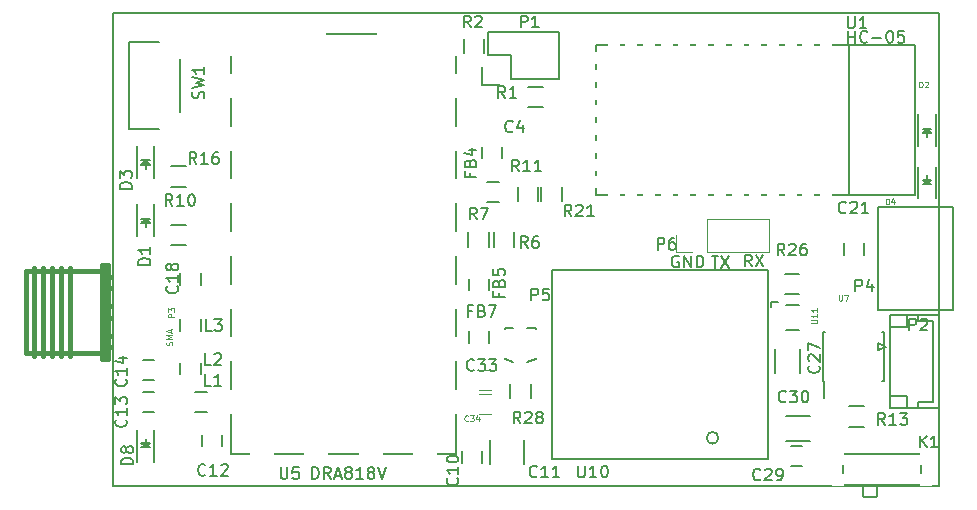
<source format=gbr>
G04 #@! TF.FileFunction,Legend,Top*
%FSLAX46Y46*%
G04 Gerber Fmt 4.6, Leading zero omitted, Abs format (unit mm)*
G04 Created by KiCad (PCBNEW 4.0.5-e0-6337~49~ubuntu14.04.1) date Mon Feb 13 19:11:43 2017*
%MOMM*%
%LPD*%
G01*
G04 APERTURE LIST*
%ADD10C,0.150000*%
%ADD11C,0.120000*%
%ADD12C,0.130000*%
%ADD13C,0.381000*%
%ADD14C,0.125000*%
%ADD15R,1.250000X1.000000*%
%ADD16R,2.500000X1.000000*%
%ADD17R,1.000000X1.250000*%
%ADD18R,1.198880X1.198880*%
%ADD19R,0.800000X1.500000*%
%ADD20R,1.000000X1.000000*%
%ADD21R,1.100000X1.000000*%
%ADD22C,1.000000*%
%ADD23R,1.350000X1.350000*%
%ADD24C,1.350000*%
%ADD25R,1.850000X1.850000*%
%ADD26C,1.850000*%
%ADD27R,1.350000X0.400000*%
%ADD28O,0.950000X1.250000*%
%ADD29O,1.550000X1.000000*%
%ADD30R,0.700000X1.300000*%
%ADD31R,1.300000X0.700000*%
%ADD32R,1.000000X1.500000*%
%ADD33R,1.500000X1.000000*%
%ADD34R,0.600000X1.550000*%
%ADD35R,1.175000X1.175000*%
%ADD36R,1.600000X1.000000*%
%ADD37R,1.000000X1.600000*%
%ADD38C,2.100000*%
%ADD39C,1.750000*%
%ADD40O,2.500000X1.000000*%
%ADD41R,0.749300X0.398780*%
%ADD42R,1.000000X1.050000*%
%ADD43R,1.050000X2.200000*%
%ADD44R,1.700000X1.700000*%
%ADD45O,1.700000X1.700000*%
%ADD46R,4.064000X1.524000*%
%ADD47R,2.200000X2.000000*%
%ADD48R,2.000000X2.200000*%
%ADD49R,7.000000X2.200000*%
%ADD50R,8.400000X2.200000*%
%ADD51R,6.600000X6.500000*%
G04 APERTURE END LIST*
D10*
X161010696Y-102293800D02*
X160915458Y-102246181D01*
X160772601Y-102246181D01*
X160629743Y-102293800D01*
X160534505Y-102389038D01*
X160486886Y-102484276D01*
X160439267Y-102674752D01*
X160439267Y-102817610D01*
X160486886Y-103008086D01*
X160534505Y-103103324D01*
X160629743Y-103198562D01*
X160772601Y-103246181D01*
X160867839Y-103246181D01*
X161010696Y-103198562D01*
X161058315Y-103150943D01*
X161058315Y-102817610D01*
X160867839Y-102817610D01*
X161486886Y-103246181D02*
X161486886Y-102246181D01*
X162058315Y-103246181D01*
X162058315Y-102246181D01*
X162534505Y-103246181D02*
X162534505Y-102246181D01*
X162772600Y-102246181D01*
X162915458Y-102293800D01*
X163010696Y-102389038D01*
X163058315Y-102484276D01*
X163105934Y-102674752D01*
X163105934Y-102817610D01*
X163058315Y-103008086D01*
X163010696Y-103103324D01*
X162915458Y-103198562D01*
X162772600Y-103246181D01*
X162534505Y-103246181D01*
X163804695Y-102271581D02*
X164376124Y-102271581D01*
X164090409Y-103271581D02*
X164090409Y-102271581D01*
X164614219Y-102271581D02*
X165280886Y-103271581D01*
X165280886Y-102271581D02*
X164614219Y-103271581D01*
X167193934Y-103169981D02*
X166860600Y-102693790D01*
X166622505Y-103169981D02*
X166622505Y-102169981D01*
X167003458Y-102169981D01*
X167098696Y-102217600D01*
X167146315Y-102265219D01*
X167193934Y-102360457D01*
X167193934Y-102503314D01*
X167146315Y-102598552D01*
X167098696Y-102646171D01*
X167003458Y-102693790D01*
X166622505Y-102693790D01*
X167527267Y-102169981D02*
X168193934Y-103169981D01*
X168193934Y-102169981D02*
X167527267Y-103169981D01*
X113080800Y-121716800D02*
X183057800Y-121716800D01*
X183057800Y-81711800D02*
X183057800Y-121711800D01*
X113080800Y-81711800D02*
X113080800Y-121711800D01*
X113080800Y-81711800D02*
X183080800Y-81711800D01*
X144361800Y-93022800D02*
X144361800Y-94022800D01*
X146061800Y-94022800D02*
X146061800Y-93022800D01*
X144385400Y-119778400D02*
X144385400Y-118778400D01*
X142685400Y-118778400D02*
X142685400Y-119778400D01*
X147956800Y-119872000D02*
X147956800Y-117872000D01*
X145006800Y-117872000D02*
X145006800Y-119872000D01*
X122376300Y-118406800D02*
X122376300Y-117406800D01*
X120676300Y-117406800D02*
X120676300Y-118406800D01*
X115628800Y-115454800D02*
X116628800Y-115454800D01*
X116628800Y-113754800D02*
X115628800Y-113754800D01*
X115628800Y-112787800D02*
X116628800Y-112787800D01*
X116628800Y-111087800D02*
X115628800Y-111087800D01*
X118834800Y-103754300D02*
X118834800Y-104754300D01*
X120534800Y-104754300D02*
X120534800Y-103754300D01*
X115124800Y-97891800D02*
X115124800Y-100591800D01*
X116624800Y-97891800D02*
X116624800Y-100591800D01*
X115724800Y-99391800D02*
X115974800Y-99391800D01*
X115974800Y-99391800D02*
X115824800Y-99241800D01*
X116224800Y-99141800D02*
X115524800Y-99141800D01*
X115874800Y-99491800D02*
X115874800Y-99841800D01*
X115874800Y-99141800D02*
X116224800Y-99491800D01*
X116224800Y-99491800D02*
X115524800Y-99491800D01*
X115524800Y-99491800D02*
X115874800Y-99141800D01*
X182791800Y-97408800D02*
X182791800Y-94708800D01*
X181291800Y-97408800D02*
X181291800Y-94708800D01*
X182191800Y-95908800D02*
X181941800Y-95908800D01*
X181941800Y-95908800D02*
X182091800Y-96058800D01*
X181691800Y-96158800D02*
X182391800Y-96158800D01*
X182041800Y-95808800D02*
X182041800Y-95458800D01*
X182041800Y-96158800D02*
X181691800Y-95808800D01*
X181691800Y-95808800D02*
X182391800Y-95808800D01*
X182391800Y-95808800D02*
X182041800Y-96158800D01*
X115124800Y-92938800D02*
X115124800Y-95638800D01*
X116624800Y-92938800D02*
X116624800Y-95638800D01*
X115724800Y-94438800D02*
X115974800Y-94438800D01*
X115974800Y-94438800D02*
X115824800Y-94288800D01*
X116224800Y-94188800D02*
X115524800Y-94188800D01*
X115874800Y-94538800D02*
X115874800Y-94888800D01*
X115874800Y-94188800D02*
X116224800Y-94538800D01*
X116224800Y-94538800D02*
X115524800Y-94538800D01*
X115524800Y-94538800D02*
X115874800Y-94188800D01*
X181291800Y-90271800D02*
X181291800Y-92971800D01*
X182791800Y-90271800D02*
X182791800Y-92971800D01*
X181891800Y-91771800D02*
X182141800Y-91771800D01*
X182141800Y-91771800D02*
X181991800Y-91621800D01*
X182391800Y-91521800D02*
X181691800Y-91521800D01*
X182041800Y-91871800D02*
X182041800Y-92221800D01*
X182041800Y-91521800D02*
X182391800Y-91871800D01*
X182391800Y-91871800D02*
X181691800Y-91871800D01*
X181691800Y-91871800D02*
X182041800Y-91521800D01*
X144775300Y-97674800D02*
X145775300Y-97674800D01*
X145775300Y-95974800D02*
X144775300Y-95974800D01*
X144982300Y-105198800D02*
X144982300Y-104198800D01*
X143282300Y-104198800D02*
X143282300Y-105198800D01*
X144982300Y-109643800D02*
X144982300Y-108643800D01*
X143282300Y-108643800D02*
X143282300Y-109643800D01*
X176631800Y-121683300D02*
X176631800Y-122583300D01*
X176631800Y-122583300D02*
X176731800Y-122683300D01*
X176731800Y-122683300D02*
X177731800Y-122683300D01*
X177731800Y-122683300D02*
X177831800Y-122583300D01*
X177831800Y-122583300D02*
X177831800Y-121683300D01*
X174931800Y-119083300D02*
X181531800Y-119083300D01*
X181531800Y-119083300D02*
X181531800Y-121683300D01*
X181531800Y-121683300D02*
X175031800Y-121683300D01*
X175031800Y-121683300D02*
X174931800Y-121683300D01*
X174931800Y-121683300D02*
X174931800Y-119083300D01*
X120073800Y-115454800D02*
X121073800Y-115454800D01*
X121073800Y-113754800D02*
X120073800Y-113754800D01*
X118834800Y-111310800D02*
X118834800Y-112310800D01*
X120534800Y-112310800D02*
X120534800Y-111310800D01*
X118834800Y-107627800D02*
X118834800Y-108627800D01*
X120534800Y-108627800D02*
X120534800Y-107627800D01*
X146846800Y-87283800D02*
X146846800Y-85283800D01*
X146846800Y-85283800D02*
X144846800Y-85283800D01*
X144846800Y-85283800D02*
X144846800Y-83283800D01*
X144846800Y-83283800D02*
X146846800Y-83283800D01*
X146846800Y-83283800D02*
X150846800Y-83283800D01*
X150846800Y-83283800D02*
X150846800Y-87283800D01*
X150846800Y-87283800D02*
X146846800Y-87283800D01*
X145846800Y-87783800D02*
X144346800Y-87783800D01*
X144346800Y-87783800D02*
X144346800Y-86283800D01*
X183079800Y-107269300D02*
X178879800Y-107269300D01*
X178879800Y-107269300D02*
X178879800Y-115169300D01*
X178879800Y-115169300D02*
X183079800Y-115169300D01*
X183079800Y-115169300D02*
X183079800Y-107269300D01*
X181279800Y-107269300D02*
X181279800Y-107769300D01*
X181279800Y-107769300D02*
X182579800Y-107769300D01*
X182579800Y-107769300D02*
X182579800Y-114669300D01*
X182579800Y-114669300D02*
X181279800Y-114669300D01*
X181279800Y-114669300D02*
X181279800Y-115169300D01*
X180379800Y-107269300D02*
X180379800Y-108269300D01*
X180379800Y-108269300D02*
X178879800Y-108269300D01*
X180379800Y-115169300D02*
X180379800Y-114169300D01*
X180379800Y-114169300D02*
X178879800Y-114169300D01*
X178529800Y-109969300D02*
X177929800Y-109669300D01*
X177929800Y-109669300D02*
X177929800Y-110269300D01*
X177929800Y-110269300D02*
X178529800Y-109969300D01*
X184271760Y-106827200D02*
X184271760Y-98127200D01*
X177866760Y-106827200D02*
X177866760Y-98127200D01*
X177866760Y-98127200D02*
X184271760Y-98127200D01*
X183041760Y-98127200D02*
X183041760Y-106827200D01*
X184271760Y-106827200D02*
X177866760Y-106827200D01*
X149494800Y-89698800D02*
X148294800Y-89698800D01*
X148294800Y-87948800D02*
X149494800Y-87948800D01*
X142812800Y-85105800D02*
X142812800Y-83905800D01*
X144562800Y-83905800D02*
X144562800Y-85105800D01*
X147102800Y-100288800D02*
X147102800Y-101488800D01*
X145352800Y-101488800D02*
X145352800Y-100288800D01*
X143193800Y-101488800D02*
X143193800Y-100288800D01*
X144943800Y-100288800D02*
X144943800Y-101488800D01*
X118068800Y-99632800D02*
X119268800Y-99632800D01*
X119268800Y-101382800D02*
X118068800Y-101382800D01*
X147384800Y-97615300D02*
X147384800Y-96415300D01*
X149134800Y-96415300D02*
X149134800Y-97615300D01*
X175472800Y-114999800D02*
X176672800Y-114999800D01*
X176672800Y-116749800D02*
X175472800Y-116749800D01*
X118068800Y-94679800D02*
X119268800Y-94679800D01*
X119268800Y-96429800D02*
X118068800Y-96429800D01*
X175398800Y-84442300D02*
X175398800Y-97142300D01*
X180998800Y-84442300D02*
X153998800Y-84442300D01*
X153998800Y-84442300D02*
X153998800Y-97142300D01*
X153998800Y-97142300D02*
X180998800Y-97142300D01*
X180998800Y-84442300D02*
X180998800Y-97142300D01*
X173243800Y-112869800D02*
X173293800Y-112869800D01*
X173243800Y-108719800D02*
X173388800Y-108719800D01*
X178393800Y-108719800D02*
X178248800Y-108719800D01*
X178393800Y-112869800D02*
X178248800Y-112869800D01*
X173243800Y-112869800D02*
X173243800Y-108719800D01*
X178393800Y-112869800D02*
X178393800Y-108719800D01*
X173293800Y-112869800D02*
X173293800Y-114269800D01*
X149353300Y-97615300D02*
X149353300Y-96415300D01*
X151103300Y-96415300D02*
X151103300Y-97615300D01*
X171255800Y-112175800D02*
X171255800Y-110175800D01*
X169205800Y-110175800D02*
X169205800Y-112175800D01*
X170492800Y-120026800D02*
X171492800Y-120026800D01*
X171492800Y-118326800D02*
X170492800Y-118326800D01*
X170119800Y-117915800D02*
X172119800Y-117915800D01*
X172119800Y-115865800D02*
X170119800Y-115865800D01*
X116624800Y-119710000D02*
X116624800Y-117010000D01*
X115124800Y-119710000D02*
X115124800Y-117010000D01*
X116024800Y-118210000D02*
X115774800Y-118210000D01*
X115774800Y-118210000D02*
X115924800Y-118360000D01*
X115524800Y-118460000D02*
X116224800Y-118460000D01*
X115874800Y-118110000D02*
X115874800Y-117760000D01*
X115874800Y-118460000D02*
X115524800Y-118110000D01*
X115524800Y-118110000D02*
X116224800Y-118110000D01*
X116224800Y-118110000D02*
X115874800Y-118460000D01*
X114477800Y-91490800D02*
X114477800Y-84193800D01*
X114477800Y-84193800D02*
X117047800Y-84193800D01*
X118777800Y-90093800D02*
X118777800Y-85593800D01*
X114477800Y-91490800D02*
X117047800Y-91490800D01*
X164373979Y-117678200D02*
G75*
G03X164373979Y-117678200I-493179J0D01*
G01*
X168585800Y-103428800D02*
X168585800Y-119430800D01*
X150285800Y-119429800D02*
X150285800Y-103429800D01*
X150285800Y-119429800D02*
X168585800Y-119429800D01*
X150285800Y-103429800D02*
X168585800Y-103429800D01*
X171211800Y-105523000D02*
X170011800Y-105523000D01*
X170011800Y-103773000D02*
X171211800Y-103773000D01*
X170111800Y-108542800D02*
X171161800Y-108542800D01*
X171161800Y-106442800D02*
X170111800Y-106442800D01*
X169451020Y-106161840D02*
X168841420Y-106161840D01*
X168841420Y-106161840D02*
X168831260Y-106593640D01*
X175032300Y-101214300D02*
X175032300Y-102214300D01*
X176732300Y-102214300D02*
X176732300Y-101214300D01*
D11*
X144102200Y-113626000D02*
X145102200Y-113626000D01*
X145102200Y-111926000D02*
X144102200Y-111926000D01*
X144102200Y-115658000D02*
X145102200Y-115658000D01*
X145102200Y-113958000D02*
X144102200Y-113958000D01*
D12*
X146299400Y-108377200D02*
X146299400Y-108477200D01*
X148899400Y-108377200D02*
X148899400Y-108477200D01*
X148899400Y-110977200D02*
X148899400Y-110877200D01*
X146299400Y-110977200D02*
X146299400Y-110877200D01*
X148199400Y-111277200D02*
X148899400Y-110977200D01*
X146299400Y-110977200D02*
X146999400Y-111277200D01*
X146999400Y-108377200D02*
X146299400Y-108377200D01*
X148899400Y-108377200D02*
X148199400Y-108377200D01*
D10*
X148474400Y-113090400D02*
X148474400Y-114290400D01*
X146724400Y-114290400D02*
X146724400Y-113090400D01*
D11*
X163449000Y-101923200D02*
X168649000Y-101923200D01*
X168649000Y-101923200D02*
X168649000Y-99143200D01*
X168649000Y-99143200D02*
X163449000Y-99143200D01*
X163449000Y-99143200D02*
X163449000Y-101923200D01*
X162179000Y-101923200D02*
X160789000Y-101923200D01*
X160789000Y-101923200D02*
X160789000Y-100533200D01*
D13*
X106464100Y-110771940D02*
X106464100Y-103273860D01*
X107213400Y-103273860D02*
X107213400Y-110771940D01*
X107965240Y-110771940D02*
X107965240Y-103273860D01*
X109463840Y-103273860D02*
X109463840Y-110771940D01*
X108714540Y-110771940D02*
X108714540Y-103273860D01*
X105714800Y-103522780D02*
X105714800Y-110523020D01*
X105714800Y-110523020D02*
X106215180Y-110523020D01*
X112214660Y-103022400D02*
X112715040Y-103022400D01*
X112214660Y-111023400D02*
X112715040Y-111023400D01*
X112463580Y-111023400D02*
X112463580Y-103022400D01*
X112214660Y-103022400D02*
X112214660Y-111023400D01*
X112715040Y-109021880D02*
X116715540Y-109021880D01*
X116715540Y-109021880D02*
X116715540Y-110022640D01*
X116715540Y-110022640D02*
X112715040Y-110022640D01*
X112715040Y-106522520D02*
X116715540Y-106522520D01*
X116715540Y-106522520D02*
X116715540Y-107523280D01*
X116715540Y-107523280D02*
X112715040Y-107523280D01*
X112715040Y-104023160D02*
X116715540Y-104023160D01*
X116715540Y-104023160D02*
X116715540Y-105023920D01*
X116715540Y-105023920D02*
X112715040Y-105023920D01*
X105714800Y-103522780D02*
X112715040Y-103522780D01*
X112715040Y-103022400D02*
X112715040Y-111023400D01*
X112715040Y-110523020D02*
X106215180Y-110523020D01*
D10*
X142138800Y-83469800D02*
X142138800Y-119069800D01*
X142138800Y-119069800D02*
X123138800Y-119069800D01*
X123138800Y-119069800D02*
X123138800Y-83469800D01*
X123138800Y-83469800D02*
X142138800Y-83469800D01*
X146950134Y-91720943D02*
X146902515Y-91768562D01*
X146759658Y-91816181D01*
X146664420Y-91816181D01*
X146521562Y-91768562D01*
X146426324Y-91673324D01*
X146378705Y-91578086D01*
X146331086Y-91387610D01*
X146331086Y-91244752D01*
X146378705Y-91054276D01*
X146426324Y-90959038D01*
X146521562Y-90863800D01*
X146664420Y-90816181D01*
X146759658Y-90816181D01*
X146902515Y-90863800D01*
X146950134Y-90911419D01*
X147807277Y-91149514D02*
X147807277Y-91816181D01*
X147569181Y-90768562D02*
X147331086Y-91482848D01*
X147950134Y-91482848D01*
X142266943Y-121089657D02*
X142314562Y-121137276D01*
X142362181Y-121280133D01*
X142362181Y-121375371D01*
X142314562Y-121518229D01*
X142219324Y-121613467D01*
X142124086Y-121661086D01*
X141933610Y-121708705D01*
X141790752Y-121708705D01*
X141600276Y-121661086D01*
X141505038Y-121613467D01*
X141409800Y-121518229D01*
X141362181Y-121375371D01*
X141362181Y-121280133D01*
X141409800Y-121137276D01*
X141457419Y-121089657D01*
X142362181Y-120137276D02*
X142362181Y-120708705D01*
X142362181Y-120422991D02*
X141362181Y-120422991D01*
X141505038Y-120518229D01*
X141600276Y-120613467D01*
X141647895Y-120708705D01*
X141362181Y-119518229D02*
X141362181Y-119422990D01*
X141409800Y-119327752D01*
X141457419Y-119280133D01*
X141552657Y-119232514D01*
X141743133Y-119184895D01*
X141981229Y-119184895D01*
X142171705Y-119232514D01*
X142266943Y-119280133D01*
X142314562Y-119327752D01*
X142362181Y-119422990D01*
X142362181Y-119518229D01*
X142314562Y-119613467D01*
X142266943Y-119661086D01*
X142171705Y-119708705D01*
X141981229Y-119756324D01*
X141743133Y-119756324D01*
X141552657Y-119708705D01*
X141457419Y-119661086D01*
X141409800Y-119613467D01*
X141362181Y-119518229D01*
X149013943Y-120930943D02*
X148966324Y-120978562D01*
X148823467Y-121026181D01*
X148728229Y-121026181D01*
X148585371Y-120978562D01*
X148490133Y-120883324D01*
X148442514Y-120788086D01*
X148394895Y-120597610D01*
X148394895Y-120454752D01*
X148442514Y-120264276D01*
X148490133Y-120169038D01*
X148585371Y-120073800D01*
X148728229Y-120026181D01*
X148823467Y-120026181D01*
X148966324Y-120073800D01*
X149013943Y-120121419D01*
X149966324Y-121026181D02*
X149394895Y-121026181D01*
X149680609Y-121026181D02*
X149680609Y-120026181D01*
X149585371Y-120169038D01*
X149490133Y-120264276D01*
X149394895Y-120311895D01*
X150918705Y-121026181D02*
X150347276Y-121026181D01*
X150632990Y-121026181D02*
X150632990Y-120026181D01*
X150537752Y-120169038D01*
X150442514Y-120264276D01*
X150347276Y-120311895D01*
X120946943Y-120803943D02*
X120899324Y-120851562D01*
X120756467Y-120899181D01*
X120661229Y-120899181D01*
X120518371Y-120851562D01*
X120423133Y-120756324D01*
X120375514Y-120661086D01*
X120327895Y-120470610D01*
X120327895Y-120327752D01*
X120375514Y-120137276D01*
X120423133Y-120042038D01*
X120518371Y-119946800D01*
X120661229Y-119899181D01*
X120756467Y-119899181D01*
X120899324Y-119946800D01*
X120946943Y-119994419D01*
X121899324Y-120899181D02*
X121327895Y-120899181D01*
X121613609Y-120899181D02*
X121613609Y-119899181D01*
X121518371Y-120042038D01*
X121423133Y-120137276D01*
X121327895Y-120184895D01*
X122280276Y-119994419D02*
X122327895Y-119946800D01*
X122423133Y-119899181D01*
X122661229Y-119899181D01*
X122756467Y-119946800D01*
X122804086Y-119994419D01*
X122851705Y-120089657D01*
X122851705Y-120184895D01*
X122804086Y-120327752D01*
X122232657Y-120899181D01*
X122851705Y-120899181D01*
X114199943Y-116136657D02*
X114247562Y-116184276D01*
X114295181Y-116327133D01*
X114295181Y-116422371D01*
X114247562Y-116565229D01*
X114152324Y-116660467D01*
X114057086Y-116708086D01*
X113866610Y-116755705D01*
X113723752Y-116755705D01*
X113533276Y-116708086D01*
X113438038Y-116660467D01*
X113342800Y-116565229D01*
X113295181Y-116422371D01*
X113295181Y-116327133D01*
X113342800Y-116184276D01*
X113390419Y-116136657D01*
X114295181Y-115184276D02*
X114295181Y-115755705D01*
X114295181Y-115469991D02*
X113295181Y-115469991D01*
X113438038Y-115565229D01*
X113533276Y-115660467D01*
X113580895Y-115755705D01*
X113295181Y-114850943D02*
X113295181Y-114231895D01*
X113676133Y-114565229D01*
X113676133Y-114422371D01*
X113723752Y-114327133D01*
X113771371Y-114279514D01*
X113866610Y-114231895D01*
X114104705Y-114231895D01*
X114199943Y-114279514D01*
X114247562Y-114327133D01*
X114295181Y-114422371D01*
X114295181Y-114708086D01*
X114247562Y-114803324D01*
X114199943Y-114850943D01*
X114199943Y-112707657D02*
X114247562Y-112755276D01*
X114295181Y-112898133D01*
X114295181Y-112993371D01*
X114247562Y-113136229D01*
X114152324Y-113231467D01*
X114057086Y-113279086D01*
X113866610Y-113326705D01*
X113723752Y-113326705D01*
X113533276Y-113279086D01*
X113438038Y-113231467D01*
X113342800Y-113136229D01*
X113295181Y-112993371D01*
X113295181Y-112898133D01*
X113342800Y-112755276D01*
X113390419Y-112707657D01*
X114295181Y-111755276D02*
X114295181Y-112326705D01*
X114295181Y-112040991D02*
X113295181Y-112040991D01*
X113438038Y-112136229D01*
X113533276Y-112231467D01*
X113580895Y-112326705D01*
X113628514Y-110898133D02*
X114295181Y-110898133D01*
X113247562Y-111136229D02*
X113961848Y-111374324D01*
X113961848Y-110755276D01*
X118543343Y-104833657D02*
X118590962Y-104881276D01*
X118638581Y-105024133D01*
X118638581Y-105119371D01*
X118590962Y-105262229D01*
X118495724Y-105357467D01*
X118400486Y-105405086D01*
X118210010Y-105452705D01*
X118067152Y-105452705D01*
X117876676Y-105405086D01*
X117781438Y-105357467D01*
X117686200Y-105262229D01*
X117638581Y-105119371D01*
X117638581Y-105024133D01*
X117686200Y-104881276D01*
X117733819Y-104833657D01*
X118638581Y-103881276D02*
X118638581Y-104452705D01*
X118638581Y-104166991D02*
X117638581Y-104166991D01*
X117781438Y-104262229D01*
X117876676Y-104357467D01*
X117924295Y-104452705D01*
X118067152Y-103309848D02*
X118019533Y-103405086D01*
X117971914Y-103452705D01*
X117876676Y-103500324D01*
X117829057Y-103500324D01*
X117733819Y-103452705D01*
X117686200Y-103405086D01*
X117638581Y-103309848D01*
X117638581Y-103119371D01*
X117686200Y-103024133D01*
X117733819Y-102976514D01*
X117829057Y-102928895D01*
X117876676Y-102928895D01*
X117971914Y-102976514D01*
X118019533Y-103024133D01*
X118067152Y-103119371D01*
X118067152Y-103309848D01*
X118114771Y-103405086D01*
X118162390Y-103452705D01*
X118257629Y-103500324D01*
X118448105Y-103500324D01*
X118543343Y-103452705D01*
X118590962Y-103405086D01*
X118638581Y-103309848D01*
X118638581Y-103119371D01*
X118590962Y-103024133D01*
X118543343Y-102976514D01*
X118448105Y-102928895D01*
X118257629Y-102928895D01*
X118162390Y-102976514D01*
X118114771Y-103024133D01*
X118067152Y-103119371D01*
X116276381Y-103023895D02*
X115276381Y-103023895D01*
X115276381Y-102785800D01*
X115324000Y-102642942D01*
X115419238Y-102547704D01*
X115514476Y-102500085D01*
X115704952Y-102452466D01*
X115847810Y-102452466D01*
X116038286Y-102500085D01*
X116133524Y-102547704D01*
X116228762Y-102642942D01*
X116276381Y-102785800D01*
X116276381Y-103023895D01*
X116276381Y-101500085D02*
X116276381Y-102071514D01*
X116276381Y-101785800D02*
X115276381Y-101785800D01*
X115419238Y-101881038D01*
X115514476Y-101976276D01*
X115562095Y-102071514D01*
D14*
X181393353Y-88008590D02*
X181393353Y-87508590D01*
X181512400Y-87508590D01*
X181583829Y-87532400D01*
X181631448Y-87580019D01*
X181655257Y-87627638D01*
X181679067Y-87722876D01*
X181679067Y-87794305D01*
X181655257Y-87889543D01*
X181631448Y-87937162D01*
X181583829Y-87984781D01*
X181512400Y-88008590D01*
X181393353Y-88008590D01*
X181869543Y-87556210D02*
X181893353Y-87532400D01*
X181940972Y-87508590D01*
X182060019Y-87508590D01*
X182107638Y-87532400D01*
X182131448Y-87556210D01*
X182155257Y-87603829D01*
X182155257Y-87651448D01*
X182131448Y-87722876D01*
X181845734Y-88008590D01*
X182155257Y-88008590D01*
D10*
X114701581Y-96597695D02*
X113701581Y-96597695D01*
X113701581Y-96359600D01*
X113749200Y-96216742D01*
X113844438Y-96121504D01*
X113939676Y-96073885D01*
X114130152Y-96026266D01*
X114273010Y-96026266D01*
X114463486Y-96073885D01*
X114558724Y-96121504D01*
X114653962Y-96216742D01*
X114701581Y-96359600D01*
X114701581Y-96597695D01*
X113701581Y-95692933D02*
X113701581Y-95073885D01*
X114082533Y-95407219D01*
X114082533Y-95264361D01*
X114130152Y-95169123D01*
X114177771Y-95121504D01*
X114273010Y-95073885D01*
X114511105Y-95073885D01*
X114606343Y-95121504D01*
X114653962Y-95169123D01*
X114701581Y-95264361D01*
X114701581Y-95550076D01*
X114653962Y-95645314D01*
X114606343Y-95692933D01*
D14*
X178548553Y-97914590D02*
X178548553Y-97414590D01*
X178667600Y-97414590D01*
X178739029Y-97438400D01*
X178786648Y-97486019D01*
X178810457Y-97533638D01*
X178834267Y-97628876D01*
X178834267Y-97700305D01*
X178810457Y-97795543D01*
X178786648Y-97843162D01*
X178739029Y-97890781D01*
X178667600Y-97914590D01*
X178548553Y-97914590D01*
X179262838Y-97581257D02*
X179262838Y-97914590D01*
X179143791Y-97390781D02*
X179024743Y-97747924D01*
X179334267Y-97747924D01*
D10*
X143362371Y-95245133D02*
X143362371Y-95578467D01*
X143886181Y-95578467D02*
X142886181Y-95578467D01*
X142886181Y-95102276D01*
X143362371Y-94387990D02*
X143409990Y-94245133D01*
X143457610Y-94197514D01*
X143552848Y-94149895D01*
X143695705Y-94149895D01*
X143790943Y-94197514D01*
X143838562Y-94245133D01*
X143886181Y-94340371D01*
X143886181Y-94721324D01*
X142886181Y-94721324D01*
X142886181Y-94387990D01*
X142933800Y-94292752D01*
X142981419Y-94245133D01*
X143076657Y-94197514D01*
X143171895Y-94197514D01*
X143267133Y-94245133D01*
X143314752Y-94292752D01*
X143362371Y-94387990D01*
X143362371Y-94721324D01*
X143219514Y-93292752D02*
X143886181Y-93292752D01*
X142838562Y-93530848D02*
X143552848Y-93768943D01*
X143552848Y-93149895D01*
X145775371Y-105405133D02*
X145775371Y-105738467D01*
X146299181Y-105738467D02*
X145299181Y-105738467D01*
X145299181Y-105262276D01*
X145775371Y-104547990D02*
X145822990Y-104405133D01*
X145870610Y-104357514D01*
X145965848Y-104309895D01*
X146108705Y-104309895D01*
X146203943Y-104357514D01*
X146251562Y-104405133D01*
X146299181Y-104500371D01*
X146299181Y-104881324D01*
X145299181Y-104881324D01*
X145299181Y-104547990D01*
X145346800Y-104452752D01*
X145394419Y-104405133D01*
X145489657Y-104357514D01*
X145584895Y-104357514D01*
X145680133Y-104405133D01*
X145727752Y-104452752D01*
X145775371Y-104547990D01*
X145775371Y-104881324D01*
X145299181Y-103405133D02*
X145299181Y-103881324D01*
X145775371Y-103928943D01*
X145727752Y-103881324D01*
X145680133Y-103786086D01*
X145680133Y-103547990D01*
X145727752Y-103452752D01*
X145775371Y-103405133D01*
X145870610Y-103357514D01*
X146108705Y-103357514D01*
X146203943Y-103405133D01*
X146251562Y-103452752D01*
X146299181Y-103547990D01*
X146299181Y-103786086D01*
X146251562Y-103881324D01*
X146203943Y-103928943D01*
X143489467Y-106913371D02*
X143156133Y-106913371D01*
X143156133Y-107437181D02*
X143156133Y-106437181D01*
X143632324Y-106437181D01*
X144346610Y-106913371D02*
X144489467Y-106960990D01*
X144537086Y-107008610D01*
X144584705Y-107103848D01*
X144584705Y-107246705D01*
X144537086Y-107341943D01*
X144489467Y-107389562D01*
X144394229Y-107437181D01*
X144013276Y-107437181D01*
X144013276Y-106437181D01*
X144346610Y-106437181D01*
X144441848Y-106484800D01*
X144489467Y-106532419D01*
X144537086Y-106627657D01*
X144537086Y-106722895D01*
X144489467Y-106818133D01*
X144441848Y-106865752D01*
X144346610Y-106913371D01*
X144013276Y-106913371D01*
X144918038Y-106437181D02*
X145584705Y-106437181D01*
X145156133Y-107437181D01*
X181430705Y-118486181D02*
X181430705Y-117486181D01*
X182002134Y-118486181D02*
X181573562Y-117914752D01*
X182002134Y-117486181D02*
X181430705Y-118057610D01*
X182954515Y-118486181D02*
X182383086Y-118486181D01*
X182668800Y-118486181D02*
X182668800Y-117486181D01*
X182573562Y-117629038D01*
X182478324Y-117724276D01*
X182383086Y-117771895D01*
X121423134Y-113279181D02*
X120946943Y-113279181D01*
X120946943Y-112279181D01*
X122280277Y-113279181D02*
X121708848Y-113279181D01*
X121994562Y-113279181D02*
X121994562Y-112279181D01*
X121899324Y-112422038D01*
X121804086Y-112517276D01*
X121708848Y-112564895D01*
X121423134Y-111501181D02*
X120946943Y-111501181D01*
X120946943Y-110501181D01*
X121708848Y-110596419D02*
X121756467Y-110548800D01*
X121851705Y-110501181D01*
X122089801Y-110501181D01*
X122185039Y-110548800D01*
X122232658Y-110596419D01*
X122280277Y-110691657D01*
X122280277Y-110786895D01*
X122232658Y-110929752D01*
X121661229Y-111501181D01*
X122280277Y-111501181D01*
X121473934Y-108630981D02*
X120997743Y-108630981D01*
X120997743Y-107630981D01*
X121712029Y-107630981D02*
X122331077Y-107630981D01*
X121997743Y-108011933D01*
X122140601Y-108011933D01*
X122235839Y-108059552D01*
X122283458Y-108107171D01*
X122331077Y-108202410D01*
X122331077Y-108440505D01*
X122283458Y-108535743D01*
X122235839Y-108583362D01*
X122140601Y-108630981D01*
X121854886Y-108630981D01*
X121759648Y-108583362D01*
X121712029Y-108535743D01*
X147648705Y-82926181D02*
X147648705Y-81926181D01*
X148029658Y-81926181D01*
X148124896Y-81973800D01*
X148172515Y-82021419D01*
X148220134Y-82116657D01*
X148220134Y-82259514D01*
X148172515Y-82354752D01*
X148124896Y-82402371D01*
X148029658Y-82449990D01*
X147648705Y-82449990D01*
X149172515Y-82926181D02*
X148601086Y-82926181D01*
X148886800Y-82926181D02*
X148886800Y-81926181D01*
X148791562Y-82069038D01*
X148696324Y-82164276D01*
X148601086Y-82211895D01*
X180541705Y-108580181D02*
X180541705Y-107580181D01*
X180922658Y-107580181D01*
X181017896Y-107627800D01*
X181065515Y-107675419D01*
X181113134Y-107770657D01*
X181113134Y-107913514D01*
X181065515Y-108008752D01*
X181017896Y-108056371D01*
X180922658Y-108103990D01*
X180541705Y-108103990D01*
X181494086Y-107675419D02*
X181541705Y-107627800D01*
X181636943Y-107580181D01*
X181875039Y-107580181D01*
X181970277Y-107627800D01*
X182017896Y-107675419D01*
X182065515Y-107770657D01*
X182065515Y-107865895D01*
X182017896Y-108008752D01*
X181446467Y-108580181D01*
X182065515Y-108580181D01*
X175969705Y-105278181D02*
X175969705Y-104278181D01*
X176350658Y-104278181D01*
X176445896Y-104325800D01*
X176493515Y-104373419D01*
X176541134Y-104468657D01*
X176541134Y-104611514D01*
X176493515Y-104706752D01*
X176445896Y-104754371D01*
X176350658Y-104801990D01*
X175969705Y-104801990D01*
X177398277Y-104611514D02*
X177398277Y-105278181D01*
X177160181Y-104230562D02*
X176922086Y-104944848D01*
X177541134Y-104944848D01*
X146315134Y-88895181D02*
X145981800Y-88418990D01*
X145743705Y-88895181D02*
X145743705Y-87895181D01*
X146124658Y-87895181D01*
X146219896Y-87942800D01*
X146267515Y-87990419D01*
X146315134Y-88085657D01*
X146315134Y-88228514D01*
X146267515Y-88323752D01*
X146219896Y-88371371D01*
X146124658Y-88418990D01*
X145743705Y-88418990D01*
X147267515Y-88895181D02*
X146696086Y-88895181D01*
X146981800Y-88895181D02*
X146981800Y-87895181D01*
X146886562Y-88038038D01*
X146791324Y-88133276D01*
X146696086Y-88180895D01*
X143394134Y-82926181D02*
X143060800Y-82449990D01*
X142822705Y-82926181D02*
X142822705Y-81926181D01*
X143203658Y-81926181D01*
X143298896Y-81973800D01*
X143346515Y-82021419D01*
X143394134Y-82116657D01*
X143394134Y-82259514D01*
X143346515Y-82354752D01*
X143298896Y-82402371D01*
X143203658Y-82449990D01*
X142822705Y-82449990D01*
X143775086Y-82021419D02*
X143822705Y-81973800D01*
X143917943Y-81926181D01*
X144156039Y-81926181D01*
X144251277Y-81973800D01*
X144298896Y-82021419D01*
X144346515Y-82116657D01*
X144346515Y-82211895D01*
X144298896Y-82354752D01*
X143727467Y-82926181D01*
X144346515Y-82926181D01*
X148220134Y-101595181D02*
X147886800Y-101118990D01*
X147648705Y-101595181D02*
X147648705Y-100595181D01*
X148029658Y-100595181D01*
X148124896Y-100642800D01*
X148172515Y-100690419D01*
X148220134Y-100785657D01*
X148220134Y-100928514D01*
X148172515Y-101023752D01*
X148124896Y-101071371D01*
X148029658Y-101118990D01*
X147648705Y-101118990D01*
X149077277Y-100595181D02*
X148886800Y-100595181D01*
X148791562Y-100642800D01*
X148743943Y-100690419D01*
X148648705Y-100833276D01*
X148601086Y-101023752D01*
X148601086Y-101404705D01*
X148648705Y-101499943D01*
X148696324Y-101547562D01*
X148791562Y-101595181D01*
X148982039Y-101595181D01*
X149077277Y-101547562D01*
X149124896Y-101499943D01*
X149172515Y-101404705D01*
X149172515Y-101166610D01*
X149124896Y-101071371D01*
X149077277Y-101023752D01*
X148982039Y-100976133D01*
X148791562Y-100976133D01*
X148696324Y-101023752D01*
X148648705Y-101071371D01*
X148601086Y-101166610D01*
X143902134Y-99182181D02*
X143568800Y-98705990D01*
X143330705Y-99182181D02*
X143330705Y-98182181D01*
X143711658Y-98182181D01*
X143806896Y-98229800D01*
X143854515Y-98277419D01*
X143902134Y-98372657D01*
X143902134Y-98515514D01*
X143854515Y-98610752D01*
X143806896Y-98658371D01*
X143711658Y-98705990D01*
X143330705Y-98705990D01*
X144235467Y-98182181D02*
X144902134Y-98182181D01*
X144473562Y-99182181D01*
X118152943Y-98039181D02*
X117819609Y-97562990D01*
X117581514Y-98039181D02*
X117581514Y-97039181D01*
X117962467Y-97039181D01*
X118057705Y-97086800D01*
X118105324Y-97134419D01*
X118152943Y-97229657D01*
X118152943Y-97372514D01*
X118105324Y-97467752D01*
X118057705Y-97515371D01*
X117962467Y-97562990D01*
X117581514Y-97562990D01*
X119105324Y-98039181D02*
X118533895Y-98039181D01*
X118819609Y-98039181D02*
X118819609Y-97039181D01*
X118724371Y-97182038D01*
X118629133Y-97277276D01*
X118533895Y-97324895D01*
X119724371Y-97039181D02*
X119819610Y-97039181D01*
X119914848Y-97086800D01*
X119962467Y-97134419D01*
X120010086Y-97229657D01*
X120057705Y-97420133D01*
X120057705Y-97658229D01*
X120010086Y-97848705D01*
X119962467Y-97943943D01*
X119914848Y-97991562D01*
X119819610Y-98039181D01*
X119724371Y-98039181D01*
X119629133Y-97991562D01*
X119581514Y-97943943D01*
X119533895Y-97848705D01*
X119486276Y-97658229D01*
X119486276Y-97420133D01*
X119533895Y-97229657D01*
X119581514Y-97134419D01*
X119629133Y-97086800D01*
X119724371Y-97039181D01*
X147489943Y-95118181D02*
X147156609Y-94641990D01*
X146918514Y-95118181D02*
X146918514Y-94118181D01*
X147299467Y-94118181D01*
X147394705Y-94165800D01*
X147442324Y-94213419D01*
X147489943Y-94308657D01*
X147489943Y-94451514D01*
X147442324Y-94546752D01*
X147394705Y-94594371D01*
X147299467Y-94641990D01*
X146918514Y-94641990D01*
X148442324Y-95118181D02*
X147870895Y-95118181D01*
X148156609Y-95118181D02*
X148156609Y-94118181D01*
X148061371Y-94261038D01*
X147966133Y-94356276D01*
X147870895Y-94403895D01*
X149394705Y-95118181D02*
X148823276Y-95118181D01*
X149108990Y-95118181D02*
X149108990Y-94118181D01*
X149013752Y-94261038D01*
X148918514Y-94356276D01*
X148823276Y-94403895D01*
X178477943Y-116581181D02*
X178144609Y-116104990D01*
X177906514Y-116581181D02*
X177906514Y-115581181D01*
X178287467Y-115581181D01*
X178382705Y-115628800D01*
X178430324Y-115676419D01*
X178477943Y-115771657D01*
X178477943Y-115914514D01*
X178430324Y-116009752D01*
X178382705Y-116057371D01*
X178287467Y-116104990D01*
X177906514Y-116104990D01*
X179430324Y-116581181D02*
X178858895Y-116581181D01*
X179144609Y-116581181D02*
X179144609Y-115581181D01*
X179049371Y-115724038D01*
X178954133Y-115819276D01*
X178858895Y-115866895D01*
X179763657Y-115581181D02*
X180382705Y-115581181D01*
X180049371Y-115962133D01*
X180192229Y-115962133D01*
X180287467Y-116009752D01*
X180335086Y-116057371D01*
X180382705Y-116152610D01*
X180382705Y-116390705D01*
X180335086Y-116485943D01*
X180287467Y-116533562D01*
X180192229Y-116581181D01*
X179906514Y-116581181D01*
X179811276Y-116533562D01*
X179763657Y-116485943D01*
X120184943Y-94483181D02*
X119851609Y-94006990D01*
X119613514Y-94483181D02*
X119613514Y-93483181D01*
X119994467Y-93483181D01*
X120089705Y-93530800D01*
X120137324Y-93578419D01*
X120184943Y-93673657D01*
X120184943Y-93816514D01*
X120137324Y-93911752D01*
X120089705Y-93959371D01*
X119994467Y-94006990D01*
X119613514Y-94006990D01*
X121137324Y-94483181D02*
X120565895Y-94483181D01*
X120851609Y-94483181D02*
X120851609Y-93483181D01*
X120756371Y-93626038D01*
X120661133Y-93721276D01*
X120565895Y-93768895D01*
X121994467Y-93483181D02*
X121803990Y-93483181D01*
X121708752Y-93530800D01*
X121661133Y-93578419D01*
X121565895Y-93721276D01*
X121518276Y-93911752D01*
X121518276Y-94292705D01*
X121565895Y-94387943D01*
X121613514Y-94435562D01*
X121708752Y-94483181D01*
X121899229Y-94483181D01*
X121994467Y-94435562D01*
X122042086Y-94387943D01*
X122089705Y-94292705D01*
X122089705Y-94054610D01*
X122042086Y-93959371D01*
X121994467Y-93911752D01*
X121899229Y-93864133D01*
X121708752Y-93864133D01*
X121613514Y-93911752D01*
X121565895Y-93959371D01*
X121518276Y-94054610D01*
X175336295Y-82002381D02*
X175336295Y-82811905D01*
X175383914Y-82907143D01*
X175431533Y-82954762D01*
X175526771Y-83002381D01*
X175717248Y-83002381D01*
X175812486Y-82954762D01*
X175860105Y-82907143D01*
X175907724Y-82811905D01*
X175907724Y-82002381D01*
X176907724Y-83002381D02*
X176336295Y-83002381D01*
X176622009Y-83002381D02*
X176622009Y-82002381D01*
X176526771Y-82145238D01*
X176431533Y-82240476D01*
X176336295Y-82288095D01*
X175366657Y-84221581D02*
X175366657Y-83221581D01*
X175366657Y-83697771D02*
X175938086Y-83697771D01*
X175938086Y-84221581D02*
X175938086Y-83221581D01*
X176985705Y-84126343D02*
X176938086Y-84173962D01*
X176795229Y-84221581D01*
X176699991Y-84221581D01*
X176557133Y-84173962D01*
X176461895Y-84078724D01*
X176414276Y-83983486D01*
X176366657Y-83793010D01*
X176366657Y-83650152D01*
X176414276Y-83459676D01*
X176461895Y-83364438D01*
X176557133Y-83269200D01*
X176699991Y-83221581D01*
X176795229Y-83221581D01*
X176938086Y-83269200D01*
X176985705Y-83316819D01*
X177414276Y-83840629D02*
X178176181Y-83840629D01*
X178842847Y-83221581D02*
X178938086Y-83221581D01*
X179033324Y-83269200D01*
X179080943Y-83316819D01*
X179128562Y-83412057D01*
X179176181Y-83602533D01*
X179176181Y-83840629D01*
X179128562Y-84031105D01*
X179080943Y-84126343D01*
X179033324Y-84173962D01*
X178938086Y-84221581D01*
X178842847Y-84221581D01*
X178747609Y-84173962D01*
X178699990Y-84126343D01*
X178652371Y-84031105D01*
X178604752Y-83840629D01*
X178604752Y-83602533D01*
X178652371Y-83412057D01*
X178699990Y-83316819D01*
X178747609Y-83269200D01*
X178842847Y-83221581D01*
X180080943Y-83221581D02*
X179604752Y-83221581D01*
X179557133Y-83697771D01*
X179604752Y-83650152D01*
X179699990Y-83602533D01*
X179938086Y-83602533D01*
X180033324Y-83650152D01*
X180080943Y-83697771D01*
X180128562Y-83793010D01*
X180128562Y-84031105D01*
X180080943Y-84126343D01*
X180033324Y-84173962D01*
X179938086Y-84221581D01*
X179699990Y-84221581D01*
X179604752Y-84173962D01*
X179557133Y-84126343D01*
D14*
X174548848Y-105567990D02*
X174548848Y-105972752D01*
X174572657Y-106020371D01*
X174596467Y-106044181D01*
X174644086Y-106067990D01*
X174739324Y-106067990D01*
X174786943Y-106044181D01*
X174810752Y-106020371D01*
X174834562Y-105972752D01*
X174834562Y-105567990D01*
X175025039Y-105567990D02*
X175358372Y-105567990D01*
X175144086Y-106067990D01*
D10*
X151934943Y-98928181D02*
X151601609Y-98451990D01*
X151363514Y-98928181D02*
X151363514Y-97928181D01*
X151744467Y-97928181D01*
X151839705Y-97975800D01*
X151887324Y-98023419D01*
X151934943Y-98118657D01*
X151934943Y-98261514D01*
X151887324Y-98356752D01*
X151839705Y-98404371D01*
X151744467Y-98451990D01*
X151363514Y-98451990D01*
X152315895Y-98023419D02*
X152363514Y-97975800D01*
X152458752Y-97928181D01*
X152696848Y-97928181D01*
X152792086Y-97975800D01*
X152839705Y-98023419D01*
X152887324Y-98118657D01*
X152887324Y-98213895D01*
X152839705Y-98356752D01*
X152268276Y-98928181D01*
X152887324Y-98928181D01*
X153839705Y-98928181D02*
X153268276Y-98928181D01*
X153553990Y-98928181D02*
X153553990Y-97928181D01*
X153458752Y-98071038D01*
X153363514Y-98166276D01*
X153268276Y-98213895D01*
X172873943Y-111564657D02*
X172921562Y-111612276D01*
X172969181Y-111755133D01*
X172969181Y-111850371D01*
X172921562Y-111993229D01*
X172826324Y-112088467D01*
X172731086Y-112136086D01*
X172540610Y-112183705D01*
X172397752Y-112183705D01*
X172207276Y-112136086D01*
X172112038Y-112088467D01*
X172016800Y-111993229D01*
X171969181Y-111850371D01*
X171969181Y-111755133D01*
X172016800Y-111612276D01*
X172064419Y-111564657D01*
X172064419Y-111183705D02*
X172016800Y-111136086D01*
X171969181Y-111040848D01*
X171969181Y-110802752D01*
X172016800Y-110707514D01*
X172064419Y-110659895D01*
X172159657Y-110612276D01*
X172254895Y-110612276D01*
X172397752Y-110659895D01*
X172969181Y-111231324D01*
X172969181Y-110612276D01*
X171969181Y-110278943D02*
X171969181Y-109612276D01*
X172969181Y-110040848D01*
X167936943Y-121184943D02*
X167889324Y-121232562D01*
X167746467Y-121280181D01*
X167651229Y-121280181D01*
X167508371Y-121232562D01*
X167413133Y-121137324D01*
X167365514Y-121042086D01*
X167317895Y-120851610D01*
X167317895Y-120708752D01*
X167365514Y-120518276D01*
X167413133Y-120423038D01*
X167508371Y-120327800D01*
X167651229Y-120280181D01*
X167746467Y-120280181D01*
X167889324Y-120327800D01*
X167936943Y-120375419D01*
X168317895Y-120375419D02*
X168365514Y-120327800D01*
X168460752Y-120280181D01*
X168698848Y-120280181D01*
X168794086Y-120327800D01*
X168841705Y-120375419D01*
X168889324Y-120470657D01*
X168889324Y-120565895D01*
X168841705Y-120708752D01*
X168270276Y-121280181D01*
X168889324Y-121280181D01*
X169365514Y-121280181D02*
X169555990Y-121280181D01*
X169651229Y-121232562D01*
X169698848Y-121184943D01*
X169794086Y-121042086D01*
X169841705Y-120851610D01*
X169841705Y-120470657D01*
X169794086Y-120375419D01*
X169746467Y-120327800D01*
X169651229Y-120280181D01*
X169460752Y-120280181D01*
X169365514Y-120327800D01*
X169317895Y-120375419D01*
X169270276Y-120470657D01*
X169270276Y-120708752D01*
X169317895Y-120803990D01*
X169365514Y-120851610D01*
X169460752Y-120899229D01*
X169651229Y-120899229D01*
X169746467Y-120851610D01*
X169794086Y-120803990D01*
X169841705Y-120708752D01*
X170095943Y-114580943D02*
X170048324Y-114628562D01*
X169905467Y-114676181D01*
X169810229Y-114676181D01*
X169667371Y-114628562D01*
X169572133Y-114533324D01*
X169524514Y-114438086D01*
X169476895Y-114247610D01*
X169476895Y-114104752D01*
X169524514Y-113914276D01*
X169572133Y-113819038D01*
X169667371Y-113723800D01*
X169810229Y-113676181D01*
X169905467Y-113676181D01*
X170048324Y-113723800D01*
X170095943Y-113771419D01*
X170429276Y-113676181D02*
X171048324Y-113676181D01*
X170714990Y-114057133D01*
X170857848Y-114057133D01*
X170953086Y-114104752D01*
X171000705Y-114152371D01*
X171048324Y-114247610D01*
X171048324Y-114485705D01*
X171000705Y-114580943D01*
X170953086Y-114628562D01*
X170857848Y-114676181D01*
X170572133Y-114676181D01*
X170476895Y-114628562D01*
X170429276Y-114580943D01*
X171667371Y-113676181D02*
X171762610Y-113676181D01*
X171857848Y-113723800D01*
X171905467Y-113771419D01*
X171953086Y-113866657D01*
X172000705Y-114057133D01*
X172000705Y-114295229D01*
X171953086Y-114485705D01*
X171905467Y-114580943D01*
X171857848Y-114628562D01*
X171762610Y-114676181D01*
X171667371Y-114676181D01*
X171572133Y-114628562D01*
X171524514Y-114580943D01*
X171476895Y-114485705D01*
X171429276Y-114295229D01*
X171429276Y-114057133D01*
X171476895Y-113866657D01*
X171524514Y-113771419D01*
X171572133Y-113723800D01*
X171667371Y-113676181D01*
X114828581Y-119914895D02*
X113828581Y-119914895D01*
X113828581Y-119676800D01*
X113876200Y-119533942D01*
X113971438Y-119438704D01*
X114066676Y-119391085D01*
X114257152Y-119343466D01*
X114400010Y-119343466D01*
X114590486Y-119391085D01*
X114685724Y-119438704D01*
X114780962Y-119533942D01*
X114828581Y-119676800D01*
X114828581Y-119914895D01*
X114257152Y-118772038D02*
X114209533Y-118867276D01*
X114161914Y-118914895D01*
X114066676Y-118962514D01*
X114019057Y-118962514D01*
X113923819Y-118914895D01*
X113876200Y-118867276D01*
X113828581Y-118772038D01*
X113828581Y-118581561D01*
X113876200Y-118486323D01*
X113923819Y-118438704D01*
X114019057Y-118391085D01*
X114066676Y-118391085D01*
X114161914Y-118438704D01*
X114209533Y-118486323D01*
X114257152Y-118581561D01*
X114257152Y-118772038D01*
X114304771Y-118867276D01*
X114352390Y-118914895D01*
X114447629Y-118962514D01*
X114638105Y-118962514D01*
X114733343Y-118914895D01*
X114780962Y-118867276D01*
X114828581Y-118772038D01*
X114828581Y-118581561D01*
X114780962Y-118486323D01*
X114733343Y-118438704D01*
X114638105Y-118391085D01*
X114447629Y-118391085D01*
X114352390Y-118438704D01*
X114304771Y-118486323D01*
X114257152Y-118581561D01*
X120802562Y-88927133D02*
X120850181Y-88784276D01*
X120850181Y-88546180D01*
X120802562Y-88450942D01*
X120754943Y-88403323D01*
X120659705Y-88355704D01*
X120564467Y-88355704D01*
X120469229Y-88403323D01*
X120421610Y-88450942D01*
X120373990Y-88546180D01*
X120326371Y-88736657D01*
X120278752Y-88831895D01*
X120231133Y-88879514D01*
X120135895Y-88927133D01*
X120040657Y-88927133D01*
X119945419Y-88879514D01*
X119897800Y-88831895D01*
X119850181Y-88736657D01*
X119850181Y-88498561D01*
X119897800Y-88355704D01*
X119850181Y-88022371D02*
X120850181Y-87784276D01*
X120135895Y-87593799D01*
X120850181Y-87403323D01*
X119850181Y-87165228D01*
X120850181Y-86260466D02*
X120850181Y-86831895D01*
X120850181Y-86546181D02*
X119850181Y-86546181D01*
X119993038Y-86641419D01*
X120088276Y-86736657D01*
X120135895Y-86831895D01*
X152482705Y-120026181D02*
X152482705Y-120835705D01*
X152530324Y-120930943D01*
X152577943Y-120978562D01*
X152673181Y-121026181D01*
X152863658Y-121026181D01*
X152958896Y-120978562D01*
X153006515Y-120930943D01*
X153054134Y-120835705D01*
X153054134Y-120026181D01*
X154054134Y-121026181D02*
X153482705Y-121026181D01*
X153768419Y-121026181D02*
X153768419Y-120026181D01*
X153673181Y-120169038D01*
X153577943Y-120264276D01*
X153482705Y-120311895D01*
X154673181Y-120026181D02*
X154768420Y-120026181D01*
X154863658Y-120073800D01*
X154911277Y-120121419D01*
X154958896Y-120216657D01*
X155006515Y-120407133D01*
X155006515Y-120645229D01*
X154958896Y-120835705D01*
X154911277Y-120930943D01*
X154863658Y-120978562D01*
X154768420Y-121026181D01*
X154673181Y-121026181D01*
X154577943Y-120978562D01*
X154530324Y-120930943D01*
X154482705Y-120835705D01*
X154435086Y-120645229D01*
X154435086Y-120407133D01*
X154482705Y-120216657D01*
X154530324Y-120121419D01*
X154577943Y-120073800D01*
X154673181Y-120026181D01*
X169968943Y-102230181D02*
X169635609Y-101753990D01*
X169397514Y-102230181D02*
X169397514Y-101230181D01*
X169778467Y-101230181D01*
X169873705Y-101277800D01*
X169921324Y-101325419D01*
X169968943Y-101420657D01*
X169968943Y-101563514D01*
X169921324Y-101658752D01*
X169873705Y-101706371D01*
X169778467Y-101753990D01*
X169397514Y-101753990D01*
X170349895Y-101325419D02*
X170397514Y-101277800D01*
X170492752Y-101230181D01*
X170730848Y-101230181D01*
X170826086Y-101277800D01*
X170873705Y-101325419D01*
X170921324Y-101420657D01*
X170921324Y-101515895D01*
X170873705Y-101658752D01*
X170302276Y-102230181D01*
X170921324Y-102230181D01*
X171778467Y-101230181D02*
X171587990Y-101230181D01*
X171492752Y-101277800D01*
X171445133Y-101325419D01*
X171349895Y-101468276D01*
X171302276Y-101658752D01*
X171302276Y-102039705D01*
X171349895Y-102134943D01*
X171397514Y-102182562D01*
X171492752Y-102230181D01*
X171683229Y-102230181D01*
X171778467Y-102182562D01*
X171826086Y-102134943D01*
X171873705Y-102039705D01*
X171873705Y-101801610D01*
X171826086Y-101706371D01*
X171778467Y-101658752D01*
X171683229Y-101611133D01*
X171492752Y-101611133D01*
X171397514Y-101658752D01*
X171349895Y-101706371D01*
X171302276Y-101801610D01*
D14*
X172242990Y-107984847D02*
X172647752Y-107984847D01*
X172695371Y-107961038D01*
X172719181Y-107937228D01*
X172742990Y-107889609D01*
X172742990Y-107794371D01*
X172719181Y-107746752D01*
X172695371Y-107722943D01*
X172647752Y-107699133D01*
X172242990Y-107699133D01*
X172742990Y-107199133D02*
X172742990Y-107484847D01*
X172742990Y-107341990D02*
X172242990Y-107341990D01*
X172314419Y-107389609D01*
X172362038Y-107437228D01*
X172385848Y-107484847D01*
X172742990Y-106722943D02*
X172742990Y-107008657D01*
X172742990Y-106865800D02*
X172242990Y-106865800D01*
X172314419Y-106913419D01*
X172362038Y-106961038D01*
X172385848Y-107008657D01*
D10*
X175175943Y-98578943D02*
X175128324Y-98626562D01*
X174985467Y-98674181D01*
X174890229Y-98674181D01*
X174747371Y-98626562D01*
X174652133Y-98531324D01*
X174604514Y-98436086D01*
X174556895Y-98245610D01*
X174556895Y-98102752D01*
X174604514Y-97912276D01*
X174652133Y-97817038D01*
X174747371Y-97721800D01*
X174890229Y-97674181D01*
X174985467Y-97674181D01*
X175128324Y-97721800D01*
X175175943Y-97769419D01*
X175556895Y-97769419D02*
X175604514Y-97721800D01*
X175699752Y-97674181D01*
X175937848Y-97674181D01*
X176033086Y-97721800D01*
X176080705Y-97769419D01*
X176128324Y-97864657D01*
X176128324Y-97959895D01*
X176080705Y-98102752D01*
X175509276Y-98674181D01*
X176128324Y-98674181D01*
X177080705Y-98674181D02*
X176509276Y-98674181D01*
X176794990Y-98674181D02*
X176794990Y-97674181D01*
X176699752Y-97817038D01*
X176604514Y-97912276D01*
X176509276Y-97959895D01*
X143679943Y-111913943D02*
X143632324Y-111961562D01*
X143489467Y-112009181D01*
X143394229Y-112009181D01*
X143251371Y-111961562D01*
X143156133Y-111866324D01*
X143108514Y-111771086D01*
X143060895Y-111580610D01*
X143060895Y-111437752D01*
X143108514Y-111247276D01*
X143156133Y-111152038D01*
X143251371Y-111056800D01*
X143394229Y-111009181D01*
X143489467Y-111009181D01*
X143632324Y-111056800D01*
X143679943Y-111104419D01*
X144013276Y-111009181D02*
X144632324Y-111009181D01*
X144298990Y-111390133D01*
X144441848Y-111390133D01*
X144537086Y-111437752D01*
X144584705Y-111485371D01*
X144632324Y-111580610D01*
X144632324Y-111818705D01*
X144584705Y-111913943D01*
X144537086Y-111961562D01*
X144441848Y-112009181D01*
X144156133Y-112009181D01*
X144060895Y-111961562D01*
X144013276Y-111913943D01*
X144965657Y-111009181D02*
X145584705Y-111009181D01*
X145251371Y-111390133D01*
X145394229Y-111390133D01*
X145489467Y-111437752D01*
X145537086Y-111485371D01*
X145584705Y-111580610D01*
X145584705Y-111818705D01*
X145537086Y-111913943D01*
X145489467Y-111961562D01*
X145394229Y-112009181D01*
X145108514Y-112009181D01*
X145013276Y-111961562D01*
X144965657Y-111913943D01*
D14*
X143188572Y-116231171D02*
X143164762Y-116254981D01*
X143093334Y-116278790D01*
X143045715Y-116278790D01*
X142974286Y-116254981D01*
X142926667Y-116207362D01*
X142902858Y-116159743D01*
X142879048Y-116064505D01*
X142879048Y-115993076D01*
X142902858Y-115897838D01*
X142926667Y-115850219D01*
X142974286Y-115802600D01*
X143045715Y-115778790D01*
X143093334Y-115778790D01*
X143164762Y-115802600D01*
X143188572Y-115826410D01*
X143355239Y-115778790D02*
X143664762Y-115778790D01*
X143498096Y-115969267D01*
X143569524Y-115969267D01*
X143617143Y-115993076D01*
X143640953Y-116016886D01*
X143664762Y-116064505D01*
X143664762Y-116183552D01*
X143640953Y-116231171D01*
X143617143Y-116254981D01*
X143569524Y-116278790D01*
X143426667Y-116278790D01*
X143379048Y-116254981D01*
X143355239Y-116231171D01*
X144093333Y-115945457D02*
X144093333Y-116278790D01*
X143974286Y-115754981D02*
X143855238Y-116112124D01*
X144164762Y-116112124D01*
D10*
X148537705Y-106040181D02*
X148537705Y-105040181D01*
X148918658Y-105040181D01*
X149013896Y-105087800D01*
X149061515Y-105135419D01*
X149109134Y-105230657D01*
X149109134Y-105373514D01*
X149061515Y-105468752D01*
X149013896Y-105516371D01*
X148918658Y-105563990D01*
X148537705Y-105563990D01*
X150013896Y-105040181D02*
X149537705Y-105040181D01*
X149490086Y-105516371D01*
X149537705Y-105468752D01*
X149632943Y-105421133D01*
X149871039Y-105421133D01*
X149966277Y-105468752D01*
X150013896Y-105516371D01*
X150061515Y-105611610D01*
X150061515Y-105849705D01*
X150013896Y-105944943D01*
X149966277Y-105992562D01*
X149871039Y-106040181D01*
X149632943Y-106040181D01*
X149537705Y-105992562D01*
X149490086Y-105944943D01*
X147616943Y-116454181D02*
X147283609Y-115977990D01*
X147045514Y-116454181D02*
X147045514Y-115454181D01*
X147426467Y-115454181D01*
X147521705Y-115501800D01*
X147569324Y-115549419D01*
X147616943Y-115644657D01*
X147616943Y-115787514D01*
X147569324Y-115882752D01*
X147521705Y-115930371D01*
X147426467Y-115977990D01*
X147045514Y-115977990D01*
X147997895Y-115549419D02*
X148045514Y-115501800D01*
X148140752Y-115454181D01*
X148378848Y-115454181D01*
X148474086Y-115501800D01*
X148521705Y-115549419D01*
X148569324Y-115644657D01*
X148569324Y-115739895D01*
X148521705Y-115882752D01*
X147950276Y-116454181D01*
X148569324Y-116454181D01*
X149140752Y-115882752D02*
X149045514Y-115835133D01*
X148997895Y-115787514D01*
X148950276Y-115692276D01*
X148950276Y-115644657D01*
X148997895Y-115549419D01*
X149045514Y-115501800D01*
X149140752Y-115454181D01*
X149331229Y-115454181D01*
X149426467Y-115501800D01*
X149474086Y-115549419D01*
X149521705Y-115644657D01*
X149521705Y-115692276D01*
X149474086Y-115787514D01*
X149426467Y-115835133D01*
X149331229Y-115882752D01*
X149140752Y-115882752D01*
X149045514Y-115930371D01*
X148997895Y-115977990D01*
X148950276Y-116073229D01*
X148950276Y-116263705D01*
X148997895Y-116358943D01*
X149045514Y-116406562D01*
X149140752Y-116454181D01*
X149331229Y-116454181D01*
X149426467Y-116406562D01*
X149474086Y-116358943D01*
X149521705Y-116263705D01*
X149521705Y-116073229D01*
X149474086Y-115977990D01*
X149426467Y-115930371D01*
X149331229Y-115882752D01*
X159231105Y-101747581D02*
X159231105Y-100747581D01*
X159612058Y-100747581D01*
X159707296Y-100795200D01*
X159754915Y-100842819D01*
X159802534Y-100938057D01*
X159802534Y-101080914D01*
X159754915Y-101176152D01*
X159707296Y-101223771D01*
X159612058Y-101271390D01*
X159231105Y-101271390D01*
X160659677Y-100747581D02*
X160469200Y-100747581D01*
X160373962Y-100795200D01*
X160326343Y-100842819D01*
X160231105Y-100985676D01*
X160183486Y-101176152D01*
X160183486Y-101557105D01*
X160231105Y-101652343D01*
X160278724Y-101699962D01*
X160373962Y-101747581D01*
X160564439Y-101747581D01*
X160659677Y-101699962D01*
X160707296Y-101652343D01*
X160754915Y-101557105D01*
X160754915Y-101319010D01*
X160707296Y-101223771D01*
X160659677Y-101176152D01*
X160564439Y-101128533D01*
X160373962Y-101128533D01*
X160278724Y-101176152D01*
X160231105Y-101223771D01*
X160183486Y-101319010D01*
D14*
X118310790Y-107455447D02*
X117810790Y-107455447D01*
X117810790Y-107264971D01*
X117834600Y-107217352D01*
X117858410Y-107193543D01*
X117906029Y-107169733D01*
X117977457Y-107169733D01*
X118025076Y-107193543D01*
X118048886Y-107217352D01*
X118072695Y-107264971D01*
X118072695Y-107455447D01*
X117810790Y-107003066D02*
X117810790Y-106693543D01*
X118001267Y-106860209D01*
X118001267Y-106788781D01*
X118025076Y-106741162D01*
X118048886Y-106717352D01*
X118096505Y-106693543D01*
X118215552Y-106693543D01*
X118263171Y-106717352D01*
X118286981Y-106741162D01*
X118310790Y-106788781D01*
X118310790Y-106931638D01*
X118286981Y-106979257D01*
X118263171Y-107003066D01*
X118109181Y-109837457D02*
X118132990Y-109766028D01*
X118132990Y-109646981D01*
X118109181Y-109599362D01*
X118085371Y-109575552D01*
X118037752Y-109551743D01*
X117990133Y-109551743D01*
X117942514Y-109575552D01*
X117918705Y-109599362D01*
X117894895Y-109646981D01*
X117871086Y-109742219D01*
X117847276Y-109789838D01*
X117823467Y-109813647D01*
X117775848Y-109837457D01*
X117728229Y-109837457D01*
X117680610Y-109813647D01*
X117656800Y-109789838D01*
X117632990Y-109742219D01*
X117632990Y-109623171D01*
X117656800Y-109551743D01*
X118132990Y-109337457D02*
X117632990Y-109337457D01*
X117990133Y-109170791D01*
X117632990Y-109004124D01*
X118132990Y-109004124D01*
X117990133Y-108789838D02*
X117990133Y-108551743D01*
X118132990Y-108837457D02*
X117632990Y-108670790D01*
X118132990Y-108504124D01*
D10*
X127304895Y-120153181D02*
X127304895Y-120962705D01*
X127352514Y-121057943D01*
X127400133Y-121105562D01*
X127495371Y-121153181D01*
X127685848Y-121153181D01*
X127781086Y-121105562D01*
X127828705Y-121057943D01*
X127876324Y-120962705D01*
X127876324Y-120153181D01*
X128828705Y-120153181D02*
X128352514Y-120153181D01*
X128304895Y-120629371D01*
X128352514Y-120581752D01*
X128447752Y-120534133D01*
X128685848Y-120534133D01*
X128781086Y-120581752D01*
X128828705Y-120629371D01*
X128876324Y-120724610D01*
X128876324Y-120962705D01*
X128828705Y-121057943D01*
X128781086Y-121105562D01*
X128685848Y-121153181D01*
X128447752Y-121153181D01*
X128352514Y-121105562D01*
X128304895Y-121057943D01*
X129972181Y-121153181D02*
X129972181Y-120153181D01*
X130210276Y-120153181D01*
X130353134Y-120200800D01*
X130448372Y-120296038D01*
X130495991Y-120391276D01*
X130543610Y-120581752D01*
X130543610Y-120724610D01*
X130495991Y-120915086D01*
X130448372Y-121010324D01*
X130353134Y-121105562D01*
X130210276Y-121153181D01*
X129972181Y-121153181D01*
X131543610Y-121153181D02*
X131210276Y-120676990D01*
X130972181Y-121153181D02*
X130972181Y-120153181D01*
X131353134Y-120153181D01*
X131448372Y-120200800D01*
X131495991Y-120248419D01*
X131543610Y-120343657D01*
X131543610Y-120486514D01*
X131495991Y-120581752D01*
X131448372Y-120629371D01*
X131353134Y-120676990D01*
X130972181Y-120676990D01*
X131924562Y-120867467D02*
X132400753Y-120867467D01*
X131829324Y-121153181D02*
X132162657Y-120153181D01*
X132495991Y-121153181D01*
X132972181Y-120581752D02*
X132876943Y-120534133D01*
X132829324Y-120486514D01*
X132781705Y-120391276D01*
X132781705Y-120343657D01*
X132829324Y-120248419D01*
X132876943Y-120200800D01*
X132972181Y-120153181D01*
X133162658Y-120153181D01*
X133257896Y-120200800D01*
X133305515Y-120248419D01*
X133353134Y-120343657D01*
X133353134Y-120391276D01*
X133305515Y-120486514D01*
X133257896Y-120534133D01*
X133162658Y-120581752D01*
X132972181Y-120581752D01*
X132876943Y-120629371D01*
X132829324Y-120676990D01*
X132781705Y-120772229D01*
X132781705Y-120962705D01*
X132829324Y-121057943D01*
X132876943Y-121105562D01*
X132972181Y-121153181D01*
X133162658Y-121153181D01*
X133257896Y-121105562D01*
X133305515Y-121057943D01*
X133353134Y-120962705D01*
X133353134Y-120772229D01*
X133305515Y-120676990D01*
X133257896Y-120629371D01*
X133162658Y-120581752D01*
X134305515Y-121153181D02*
X133734086Y-121153181D01*
X134019800Y-121153181D02*
X134019800Y-120153181D01*
X133924562Y-120296038D01*
X133829324Y-120391276D01*
X133734086Y-120438895D01*
X134876943Y-120581752D02*
X134781705Y-120534133D01*
X134734086Y-120486514D01*
X134686467Y-120391276D01*
X134686467Y-120343657D01*
X134734086Y-120248419D01*
X134781705Y-120200800D01*
X134876943Y-120153181D01*
X135067420Y-120153181D01*
X135162658Y-120200800D01*
X135210277Y-120248419D01*
X135257896Y-120343657D01*
X135257896Y-120391276D01*
X135210277Y-120486514D01*
X135162658Y-120534133D01*
X135067420Y-120581752D01*
X134876943Y-120581752D01*
X134781705Y-120629371D01*
X134734086Y-120676990D01*
X134686467Y-120772229D01*
X134686467Y-120962705D01*
X134734086Y-121057943D01*
X134781705Y-121105562D01*
X134876943Y-121153181D01*
X135067420Y-121153181D01*
X135162658Y-121105562D01*
X135210277Y-121057943D01*
X135257896Y-120962705D01*
X135257896Y-120772229D01*
X135210277Y-120676990D01*
X135162658Y-120629371D01*
X135067420Y-120581752D01*
X135543610Y-120153181D02*
X135876943Y-121153181D01*
X136210277Y-120153181D01*
%LPC*%
D15*
X145211800Y-94522800D03*
X145211800Y-92522800D03*
X143535400Y-118278400D03*
X143535400Y-120278400D03*
D16*
X146481800Y-117372000D03*
X146481800Y-120372000D03*
D15*
X121526300Y-116906800D03*
X121526300Y-118906800D03*
D17*
X117128800Y-114604800D03*
X115128800Y-114604800D03*
X117128800Y-111937800D03*
X115128800Y-111937800D03*
D15*
X119684800Y-105254300D03*
X119684800Y-103254300D03*
D18*
X115874800Y-100540820D03*
X115874800Y-98442780D03*
X182041800Y-94759780D03*
X182041800Y-96857820D03*
X115874800Y-95587820D03*
X115874800Y-93489780D03*
X182041800Y-92920820D03*
X182041800Y-90822780D03*
D17*
X146275300Y-96824800D03*
X144275300Y-96824800D03*
D15*
X144132300Y-103698800D03*
X144132300Y-105698800D03*
X144132300Y-108143800D03*
X144132300Y-110143800D03*
D19*
X175981800Y-118183300D03*
X178981800Y-118183300D03*
X180481800Y-118183300D03*
D20*
X174531800Y-119483300D03*
X181931800Y-119483300D03*
D21*
X174531800Y-121283300D03*
D20*
X181931800Y-121283300D03*
D22*
X176731800Y-120383300D03*
X179731800Y-120383300D03*
D17*
X121573800Y-114604800D03*
X119573800Y-114604800D03*
D15*
X119684800Y-112810800D03*
X119684800Y-110810800D03*
X119684800Y-109127800D03*
X119684800Y-107127800D03*
D23*
X145846800Y-86283800D03*
D24*
X147846800Y-86283800D03*
X149846800Y-86283800D03*
X145846800Y-84283800D03*
X147846800Y-84283800D03*
X149846800Y-84283800D03*
D25*
X181279800Y-109969300D03*
D26*
X181279800Y-112469300D03*
D27*
X178891760Y-103777200D03*
X178891760Y-103127200D03*
X178891760Y-102477200D03*
X178891760Y-101827200D03*
X178891760Y-101177200D03*
D28*
X178891760Y-104977200D03*
X178891760Y-99977200D03*
D29*
X181591760Y-105977200D03*
X181591760Y-98977200D03*
D30*
X147944800Y-88823800D03*
X149844800Y-88823800D03*
D31*
X143687800Y-83555800D03*
X143687800Y-85455800D03*
X146227800Y-101838800D03*
X146227800Y-99938800D03*
X144068800Y-99938800D03*
X144068800Y-101838800D03*
D30*
X119618800Y-100507800D03*
X117718800Y-100507800D03*
D31*
X148259800Y-96065300D03*
X148259800Y-97965300D03*
D30*
X177022800Y-115874800D03*
X175122800Y-115874800D03*
X119618800Y-95554800D03*
X117718800Y-95554800D03*
D32*
X173498800Y-84442300D03*
X171998800Y-84442300D03*
X170498800Y-84442300D03*
X168998800Y-84442300D03*
X167498800Y-84442300D03*
X165998800Y-84442300D03*
X164498800Y-84442300D03*
X162998800Y-84442300D03*
X161498800Y-84442300D03*
X159998800Y-84442300D03*
X158498800Y-84442300D03*
X156998800Y-84442300D03*
X155498800Y-84442300D03*
X155498800Y-97142300D03*
X156998800Y-97142300D03*
X158498800Y-97142300D03*
X159998800Y-97142300D03*
X161498800Y-97142300D03*
X162998800Y-97142300D03*
X164498800Y-97142300D03*
X165998800Y-97142300D03*
X167498800Y-97142300D03*
X168998800Y-97142300D03*
X170498800Y-97142300D03*
X171998800Y-97142300D03*
X173498800Y-97142300D03*
D33*
X153698800Y-85542300D03*
X153698800Y-87042300D03*
X153698800Y-88542300D03*
X153698800Y-90042300D03*
X153698800Y-91542300D03*
X153698800Y-93042300D03*
X153698800Y-94542300D03*
X153698800Y-96042300D03*
D34*
X173913800Y-113494800D03*
X175183800Y-113494800D03*
X176453800Y-113494800D03*
X177723800Y-113494800D03*
X177723800Y-108094800D03*
X176453800Y-108094800D03*
X175183800Y-108094800D03*
X173913800Y-108094800D03*
D35*
X176406300Y-110207300D03*
X175231300Y-110207300D03*
X176406300Y-111382300D03*
X175231300Y-111382300D03*
D31*
X150228300Y-96065300D03*
X150228300Y-97965300D03*
D36*
X170230800Y-109675800D03*
X170230800Y-112675800D03*
D17*
X171992800Y-119176800D03*
X169992800Y-119176800D03*
D37*
X172619800Y-116890800D03*
X169619800Y-116890800D03*
D18*
X115874800Y-117060980D03*
X115874800Y-119159020D03*
D38*
X118237800Y-84333800D03*
D39*
X115747800Y-85593800D03*
X115747800Y-90093800D03*
D38*
X118237800Y-91343800D03*
D40*
X151714200Y-105054400D03*
X151714200Y-107594400D03*
X151714200Y-110134400D03*
X151714200Y-112674400D03*
X151714200Y-115214400D03*
X151714200Y-117756800D03*
X167182800Y-117782200D03*
X167182800Y-115239800D03*
X167182800Y-112699800D03*
X167182800Y-110159800D03*
X167182800Y-107619800D03*
X167182800Y-105079800D03*
D30*
X169661800Y-104648000D03*
X171561800Y-104648000D03*
D41*
X169661840Y-106842560D03*
X169661840Y-107492800D03*
X169661840Y-108143040D03*
X171561760Y-108143040D03*
X171561760Y-107492800D03*
X171561760Y-106842560D03*
D15*
X175882300Y-102714300D03*
X175882300Y-100714300D03*
D17*
X145602200Y-112776000D03*
X143602200Y-112776000D03*
X145602200Y-114808000D03*
X143602200Y-114808000D03*
D42*
X147599400Y-108152200D03*
X147599400Y-111202200D03*
D43*
X149074400Y-109677200D03*
X146124400Y-109677200D03*
D31*
X147599400Y-114640400D03*
X147599400Y-112740400D03*
D44*
X162179000Y-100533200D03*
D45*
X164719000Y-100533200D03*
X167259000Y-100533200D03*
D46*
X115214400Y-107022900D03*
X115214400Y-104482900D03*
X115214400Y-109562900D03*
D47*
X141338800Y-114619800D03*
X141338800Y-110169800D03*
X141338800Y-105719800D03*
X141338800Y-101269800D03*
X141338800Y-96819800D03*
X141338800Y-92369800D03*
X141338800Y-87919800D03*
X123938800Y-114619800D03*
X123938800Y-110169800D03*
X123938800Y-105719800D03*
X123938800Y-101269800D03*
X123938800Y-96819800D03*
X123938800Y-92369800D03*
X123938800Y-87919800D03*
D48*
X139538800Y-118269800D03*
X134938800Y-118269800D03*
X130338800Y-118269800D03*
X125738800Y-118269800D03*
D49*
X138938800Y-84269800D03*
D50*
X127038800Y-84269800D03*
D51*
X132638800Y-112369800D03*
M02*

</source>
